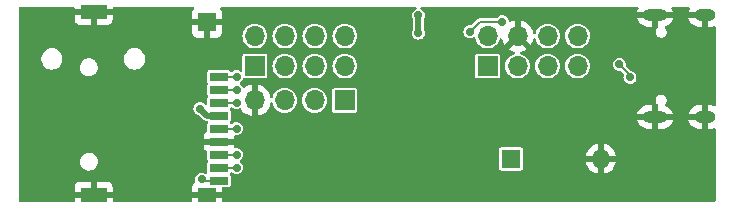
<source format=gbl>
%TF.GenerationSoftware,KiCad,Pcbnew,7.0.1*%
%TF.CreationDate,2023-07-08T21:15:04-04:00*%
%TF.ProjectId,cdm324_exp,63646d33-3234-45f6-9578-702e6b696361,rev?*%
%TF.SameCoordinates,Original*%
%TF.FileFunction,Copper,L2,Bot*%
%TF.FilePolarity,Positive*%
%FSLAX46Y46*%
G04 Gerber Fmt 4.6, Leading zero omitted, Abs format (unit mm)*
G04 Created by KiCad (PCBNEW 7.0.1) date 2023-07-08 21:15:04*
%MOMM*%
%LPD*%
G01*
G04 APERTURE LIST*
%TA.AperFunction,ComponentPad*%
%ADD10R,1.700000X1.700000*%
%TD*%
%TA.AperFunction,ComponentPad*%
%ADD11O,1.700000X1.700000*%
%TD*%
%TA.AperFunction,ComponentPad*%
%ADD12R,1.600000X1.600000*%
%TD*%
%TA.AperFunction,ComponentPad*%
%ADD13O,1.600000X1.600000*%
%TD*%
%TA.AperFunction,ComponentPad*%
%ADD14O,2.100000X1.000000*%
%TD*%
%TA.AperFunction,ComponentPad*%
%ADD15O,1.800000X1.000000*%
%TD*%
%TA.AperFunction,SMDPad,CuDef*%
%ADD16R,1.600000X0.700000*%
%TD*%
%TA.AperFunction,SMDPad,CuDef*%
%ADD17R,2.200000X1.200000*%
%TD*%
%TA.AperFunction,SMDPad,CuDef*%
%ADD18R,1.500000X1.200000*%
%TD*%
%TA.AperFunction,SMDPad,CuDef*%
%ADD19R,1.500000X1.600000*%
%TD*%
%TA.AperFunction,ViaPad*%
%ADD20C,0.700000*%
%TD*%
%TA.AperFunction,Conductor*%
%ADD21C,0.500000*%
%TD*%
%TA.AperFunction,Conductor*%
%ADD22C,0.200000*%
%TD*%
G04 APERTURE END LIST*
D10*
%TO.P,J6,1,Pin_1*%
%TO.N,+3V3*%
X107600000Y-102900000D03*
D11*
%TO.P,J6,2,Pin_2*%
%TO.N,/I2C_SDA*%
X105060000Y-102900000D03*
%TO.P,J6,3,Pin_3*%
%TO.N,/I2C_SCL*%
X102520000Y-102900000D03*
%TO.P,J6,4,Pin_4*%
%TO.N,GND*%
X99980000Y-102900000D03*
%TD*%
D12*
%TO.P,SW3,1*%
%TO.N,/PA1*%
X121682500Y-107850000D03*
D13*
%TO.P,SW3,2*%
%TO.N,GND*%
X129302500Y-107850000D03*
%TD*%
D14*
%TO.P,J3,S1,SHIELD*%
%TO.N,GND*%
X133875000Y-104320000D03*
D15*
X138075000Y-104320000D03*
D14*
X133875000Y-95680000D03*
D15*
X138075000Y-95680000D03*
%TD*%
D16*
%TO.P,J5,1,DAT2*%
%TO.N,Net-(J5-DAT2)*%
X96950000Y-100900000D03*
%TO.P,J5,2,DAT3/CD*%
%TO.N,/SPI_nCS*%
X96950000Y-102000000D03*
%TO.P,J5,3,CMD*%
%TO.N,/SPI_MOSI*%
X96950000Y-103100000D03*
%TO.P,J5,4,VDD*%
%TO.N,+3V3*%
X96950000Y-104200000D03*
%TO.P,J5,5,CLK*%
%TO.N,/SPI_SCK*%
X96950000Y-105300000D03*
%TO.P,J5,6,VSS*%
%TO.N,GND*%
X96950000Y-106400000D03*
%TO.P,J5,7,DAT0*%
%TO.N,/SPI_MISO*%
X96950000Y-107500000D03*
%TO.P,J5,8,DAT1*%
%TO.N,Net-(J5-DAT1)*%
X96950000Y-108600000D03*
%TO.P,J5,9,DET*%
%TO.N,/PA0*%
X96950000Y-109700000D03*
D17*
%TO.P,J5,10,SHIELD*%
%TO.N,GND*%
X86350000Y-110900000D03*
D18*
X95950000Y-110900000D03*
D19*
X95950000Y-96300000D03*
D17*
X86350000Y-95400000D03*
%TD*%
D10*
%TO.P,J2,1,Pin_1*%
%TO.N,/UART_RX*%
X119700000Y-100000000D03*
D11*
%TO.P,J2,2,Pin_2*%
%TO.N,/VOUT*%
X119700000Y-97460000D03*
%TO.P,J2,3,Pin_3*%
%TO.N,/UART_TX*%
X122240000Y-100000000D03*
%TO.P,J2,4,Pin_4*%
%TO.N,GND*%
X122240000Y-97460000D03*
%TO.P,J2,5,Pin_5*%
%TO.N,/PA1*%
X124780000Y-100000000D03*
%TO.P,J2,6,Pin_6*%
%TO.N,+3V3*%
X124780000Y-97460000D03*
%TO.P,J2,7,Pin_7*%
%TO.N,/PA0*%
X127320000Y-100000000D03*
%TO.P,J2,8,Pin_8*%
%TO.N,VCC*%
X127320000Y-97460000D03*
%TD*%
D10*
%TO.P,J1,1,Pin_1*%
%TO.N,/nRESET*%
X100000000Y-100000000D03*
D11*
%TO.P,J1,2,Pin_2*%
%TO.N,/SPI_nCS*%
X100000000Y-97460000D03*
%TO.P,J1,3,Pin_3*%
%TO.N,/I2C_SCL*%
X102540000Y-100000000D03*
%TO.P,J1,4,Pin_4*%
%TO.N,/SPI_SCK*%
X102540000Y-97460000D03*
%TO.P,J1,5,Pin_5*%
%TO.N,/I2C_SDA*%
X105080000Y-100000000D03*
%TO.P,J1,6,Pin_6*%
%TO.N,/SPI_MISO*%
X105080000Y-97460000D03*
%TO.P,J1,7,Pin_7*%
%TO.N,/BOOT0*%
X107620000Y-100000000D03*
%TO.P,J1,8,Pin_8*%
%TO.N,/SPI_MOSI*%
X107620000Y-97460000D03*
%TD*%
D20*
%TO.N,GND*%
X90450000Y-105200000D03*
%TO.N,+3V3*%
X95347164Y-103597657D03*
%TO.N,Net-(J5-DAT2)*%
X98450000Y-100900000D03*
%TO.N,/SPI_nCS*%
X98450000Y-102000000D03*
%TO.N,/SPI_MOSI*%
X98450000Y-103100000D03*
%TO.N,/SPI_SCK*%
X98450000Y-105300000D03*
%TO.N,GND*%
X109700000Y-103200000D03*
X92480000Y-100900000D03*
X128850000Y-98750000D03*
X118750000Y-102100000D03*
X128850000Y-97250000D03*
X131350000Y-105600000D03*
X126500000Y-103550000D03*
X118750000Y-104350000D03*
%TO.N,+3V3*%
X113850000Y-97200000D03*
X113850000Y-95700000D03*
%TO.N,/SPI_MISO*%
X98450000Y-107500000D03*
%TO.N,/UART_TX*%
X118200000Y-97099500D03*
X120950000Y-96249500D03*
%TO.N,/PA0*%
X95500000Y-109600000D03*
%TO.N,Net-(U1-UD-)*%
X130850000Y-99850000D03*
X131750000Y-100950000D03*
%TO.N,Net-(J5-DAT1)*%
X98450000Y-108600000D03*
%TD*%
D21*
%TO.N,GND*%
X99980000Y-104720000D02*
X99950000Y-104750000D01*
X99980000Y-102900000D02*
X99980000Y-104720000D01*
X99980000Y-102900000D02*
X99980000Y-101570000D01*
X122240000Y-97460000D02*
X121050000Y-98650000D01*
X122240000Y-95760000D02*
X122250000Y-95750000D01*
X122240000Y-97460000D02*
X122240000Y-95760000D01*
X122240000Y-97460000D02*
X123480000Y-98700000D01*
X123480000Y-98700000D02*
X123550000Y-98700000D01*
%TO.N,+3V3*%
X95949507Y-104200000D02*
X95347164Y-103597657D01*
X96950000Y-104200000D02*
X95949507Y-104200000D01*
D22*
%TO.N,Net-(J5-DAT2)*%
X97950000Y-100900000D02*
X98450000Y-100900000D01*
X97950000Y-100900000D02*
X98050000Y-100900000D01*
X96950000Y-100900000D02*
X97950000Y-100900000D01*
%TO.N,/SPI_nCS*%
X96950000Y-102000000D02*
X98450000Y-102000000D01*
%TO.N,/SPI_MOSI*%
X96950000Y-103100000D02*
X98450000Y-103100000D01*
%TO.N,/SPI_SCK*%
X96950000Y-105300000D02*
X98450000Y-105300000D01*
D21*
%TO.N,+3V3*%
X96950000Y-104200000D02*
X96100000Y-104200000D01*
D22*
%TO.N,/SPI_nCS*%
X96950000Y-102000000D02*
X97950000Y-102000000D01*
D21*
%TO.N,+3V3*%
X113850000Y-97200000D02*
X113850000Y-95700000D01*
D22*
%TO.N,/SPI_MISO*%
X96950000Y-107500000D02*
X98450000Y-107500000D01*
%TO.N,/UART_TX*%
X119050000Y-96249500D02*
X120950000Y-96249500D01*
X118200000Y-97099500D02*
X119050000Y-96249500D01*
%TO.N,/PA0*%
X96950000Y-109700000D02*
X95600000Y-109700000D01*
X95600000Y-109700000D02*
X95500000Y-109600000D01*
%TO.N,Net-(U1-UD-)*%
X131750000Y-100750000D02*
X130850000Y-99850000D01*
X131750000Y-100950000D02*
X131750000Y-100750000D01*
%TO.N,Net-(J5-DAT1)*%
X96950000Y-108600000D02*
X98450000Y-108600000D01*
%TD*%
%TA.AperFunction,Conductor*%
%TO.N,GND*%
G36*
X84700500Y-95013263D02*
G01*
X84736737Y-95049500D01*
X84750000Y-95099000D01*
X84750000Y-95149999D01*
X84750001Y-95150000D01*
X87949999Y-95150000D01*
X87950000Y-95149999D01*
X87950000Y-95099000D01*
X87963263Y-95049500D01*
X87999500Y-95013263D01*
X88049000Y-95000000D01*
X94751941Y-95000000D01*
X94803970Y-95014774D01*
X94840470Y-95054686D01*
X94850547Y-95107825D01*
X94831194Y-95158329D01*
X94756646Y-95257910D01*
X94706401Y-95392623D01*
X94700000Y-95452174D01*
X94700000Y-96049999D01*
X94700001Y-96050000D01*
X97199999Y-96050000D01*
X97200000Y-96049999D01*
X97200000Y-95452174D01*
X97193598Y-95392623D01*
X97143353Y-95257910D01*
X97068806Y-95158329D01*
X97049453Y-95107825D01*
X97059530Y-95054686D01*
X97096030Y-95014774D01*
X97148059Y-95000000D01*
X113603718Y-95000000D01*
X113655445Y-95014589D01*
X113691928Y-95054055D01*
X113702413Y-95106768D01*
X113683811Y-95157191D01*
X113641604Y-95190464D01*
X113572373Y-95219139D01*
X113457378Y-95307378D01*
X113369139Y-95422375D01*
X113313669Y-95556290D01*
X113294750Y-95699999D01*
X113313669Y-95843709D01*
X113369139Y-95977625D01*
X113379042Y-95990531D01*
X113394246Y-96018976D01*
X113399500Y-96050798D01*
X113399500Y-96849202D01*
X113394246Y-96881024D01*
X113379042Y-96909469D01*
X113369139Y-96922374D01*
X113313669Y-97056290D01*
X113294750Y-97199999D01*
X113313669Y-97343709D01*
X113347171Y-97424589D01*
X113369139Y-97477625D01*
X113407450Y-97527552D01*
X113457378Y-97592621D01*
X113506346Y-97630195D01*
X113572375Y-97680861D01*
X113667067Y-97720083D01*
X113706290Y-97736330D01*
X113723008Y-97738531D01*
X113850000Y-97755250D01*
X113993709Y-97736330D01*
X114127625Y-97680861D01*
X114242621Y-97592621D01*
X114330861Y-97477625D01*
X114386330Y-97343709D01*
X114405250Y-97200000D01*
X114392019Y-97099499D01*
X117644750Y-97099499D01*
X117663669Y-97243209D01*
X117691153Y-97309561D01*
X117719139Y-97377125D01*
X117751585Y-97419409D01*
X117807378Y-97492121D01*
X117857306Y-97530432D01*
X117922375Y-97580361D01*
X118017067Y-97619583D01*
X118056290Y-97635830D01*
X118073008Y-97638031D01*
X118200000Y-97654750D01*
X118343709Y-97635830D01*
X118477625Y-97580361D01*
X118502389Y-97561358D01*
X118550536Y-97541645D01*
X118602032Y-97549068D01*
X118642653Y-97581577D01*
X118661179Y-97630195D01*
X118664699Y-97665933D01*
X118686054Y-97736330D01*
X118724768Y-97863954D01*
X118822315Y-98046450D01*
X118953590Y-98206410D01*
X119113550Y-98337685D01*
X119296046Y-98435232D01*
X119494066Y-98495300D01*
X119700000Y-98515583D01*
X119905934Y-98495300D01*
X120103954Y-98435232D01*
X120286450Y-98337685D01*
X120446410Y-98206410D01*
X120577685Y-98046450D01*
X120675232Y-97863954D01*
X120720819Y-97713671D01*
X120747409Y-97670598D01*
X120791815Y-97646299D01*
X120842428Y-97647127D01*
X120886016Y-97672866D01*
X120911183Y-97716787D01*
X120966570Y-97923495D01*
X121066398Y-98137576D01*
X121201887Y-98331074D01*
X121368925Y-98498112D01*
X121562423Y-98633601D01*
X121776504Y-98733429D01*
X121983212Y-98788816D01*
X122027133Y-98813983D01*
X122052872Y-98857570D01*
X122053700Y-98908183D01*
X122029401Y-98952590D01*
X121986327Y-98979180D01*
X121836047Y-99024766D01*
X121653549Y-99122315D01*
X121493590Y-99253590D01*
X121362315Y-99413549D01*
X121264767Y-99596047D01*
X121204699Y-99794066D01*
X121184416Y-100000000D01*
X121204699Y-100205933D01*
X121263833Y-100400872D01*
X121264768Y-100403954D01*
X121362315Y-100586450D01*
X121493590Y-100746410D01*
X121653550Y-100877685D01*
X121836046Y-100975232D01*
X122034066Y-101035300D01*
X122240000Y-101055583D01*
X122445934Y-101035300D01*
X122643954Y-100975232D01*
X122826450Y-100877685D01*
X122986410Y-100746410D01*
X123117685Y-100586450D01*
X123215232Y-100403954D01*
X123275300Y-100205934D01*
X123295583Y-100000000D01*
X123724416Y-100000000D01*
X123744699Y-100205933D01*
X123803833Y-100400872D01*
X123804768Y-100403954D01*
X123902315Y-100586450D01*
X124033590Y-100746410D01*
X124193550Y-100877685D01*
X124376046Y-100975232D01*
X124574066Y-101035300D01*
X124780000Y-101055583D01*
X124985934Y-101035300D01*
X125183954Y-100975232D01*
X125366450Y-100877685D01*
X125526410Y-100746410D01*
X125657685Y-100586450D01*
X125755232Y-100403954D01*
X125815300Y-100205934D01*
X125835583Y-100000000D01*
X126264416Y-100000000D01*
X126284699Y-100205933D01*
X126343833Y-100400872D01*
X126344768Y-100403954D01*
X126442315Y-100586450D01*
X126573590Y-100746410D01*
X126733550Y-100877685D01*
X126916046Y-100975232D01*
X127114066Y-101035300D01*
X127320000Y-101055583D01*
X127525934Y-101035300D01*
X127723954Y-100975232D01*
X127906450Y-100877685D01*
X128066410Y-100746410D01*
X128197685Y-100586450D01*
X128295232Y-100403954D01*
X128355300Y-100205934D01*
X128375583Y-100000000D01*
X128360809Y-99850000D01*
X130294750Y-99850000D01*
X130296951Y-99866717D01*
X130313669Y-99993709D01*
X130318708Y-100005873D01*
X130369139Y-100127625D01*
X130381656Y-100143937D01*
X130457378Y-100242621D01*
X130507306Y-100280932D01*
X130572375Y-100330861D01*
X130667067Y-100370083D01*
X130706290Y-100386330D01*
X130728078Y-100389198D01*
X130850000Y-100405250D01*
X130916720Y-100396465D01*
X130961461Y-100400872D01*
X130999643Y-100424614D01*
X131215998Y-100640969D01*
X131243092Y-100691658D01*
X131237459Y-100748857D01*
X131213669Y-100806291D01*
X131194750Y-100949999D01*
X131213669Y-101093709D01*
X131248429Y-101177625D01*
X131269139Y-101227625D01*
X131301461Y-101269747D01*
X131357378Y-101342621D01*
X131394960Y-101371458D01*
X131472375Y-101430861D01*
X131567067Y-101470083D01*
X131606290Y-101486330D01*
X131623008Y-101488531D01*
X131750000Y-101505250D01*
X131893709Y-101486330D01*
X132027625Y-101430861D01*
X132142621Y-101342621D01*
X132230861Y-101227625D01*
X132286330Y-101093709D01*
X132305250Y-100950000D01*
X132286330Y-100806291D01*
X132230861Y-100672375D01*
X132164928Y-100586450D01*
X132142621Y-100557378D01*
X132027625Y-100469139D01*
X131893709Y-100413669D01*
X131863608Y-100409706D01*
X131832744Y-100400343D01*
X131806528Y-100381557D01*
X131424614Y-99999643D01*
X131400872Y-99961461D01*
X131396465Y-99916720D01*
X131405250Y-99850000D01*
X131386330Y-99706291D01*
X131375358Y-99679803D01*
X131362509Y-99648782D01*
X131330861Y-99572375D01*
X131271216Y-99494644D01*
X131242621Y-99457378D01*
X131154759Y-99389960D01*
X131127625Y-99369139D01*
X131080212Y-99349500D01*
X130993709Y-99313669D01*
X130850000Y-99294750D01*
X130706290Y-99313669D01*
X130572375Y-99369139D01*
X130457378Y-99457378D01*
X130369139Y-99572375D01*
X130313669Y-99706290D01*
X130301238Y-99800719D01*
X130294750Y-99850000D01*
X128360809Y-99850000D01*
X128355300Y-99794066D01*
X128295232Y-99596046D01*
X128197685Y-99413550D01*
X128066410Y-99253590D01*
X127906450Y-99122315D01*
X127723954Y-99024768D01*
X127723953Y-99024767D01*
X127723952Y-99024767D01*
X127525933Y-98964699D01*
X127319999Y-98944416D01*
X127114066Y-98964699D01*
X126916047Y-99024767D01*
X126733549Y-99122315D01*
X126573590Y-99253590D01*
X126442315Y-99413549D01*
X126344767Y-99596047D01*
X126284699Y-99794066D01*
X126264416Y-100000000D01*
X125835583Y-100000000D01*
X125815300Y-99794066D01*
X125755232Y-99596046D01*
X125657685Y-99413550D01*
X125526410Y-99253590D01*
X125366450Y-99122315D01*
X125183954Y-99024768D01*
X125183953Y-99024767D01*
X125183952Y-99024767D01*
X124985933Y-98964699D01*
X124779999Y-98944416D01*
X124574066Y-98964699D01*
X124376047Y-99024767D01*
X124193549Y-99122315D01*
X124033590Y-99253590D01*
X123902315Y-99413549D01*
X123804767Y-99596047D01*
X123744699Y-99794066D01*
X123724416Y-100000000D01*
X123295583Y-100000000D01*
X123275300Y-99794066D01*
X123215232Y-99596046D01*
X123117685Y-99413550D01*
X122986410Y-99253590D01*
X122826450Y-99122315D01*
X122643954Y-99024768D01*
X122643953Y-99024767D01*
X122643952Y-99024767D01*
X122493672Y-98979180D01*
X122450598Y-98952590D01*
X122426299Y-98908184D01*
X122427127Y-98857570D01*
X122452866Y-98813983D01*
X122496787Y-98788816D01*
X122703495Y-98733429D01*
X122917576Y-98633601D01*
X123111074Y-98498112D01*
X123278112Y-98331074D01*
X123413601Y-98137576D01*
X123513429Y-97923495D01*
X123568816Y-97716787D01*
X123593983Y-97672866D01*
X123637570Y-97647127D01*
X123688184Y-97646299D01*
X123732590Y-97670598D01*
X123759180Y-97713672D01*
X123771793Y-97755250D01*
X123804768Y-97863954D01*
X123902315Y-98046450D01*
X124033590Y-98206410D01*
X124193550Y-98337685D01*
X124376046Y-98435232D01*
X124574066Y-98495300D01*
X124780000Y-98515583D01*
X124985934Y-98495300D01*
X125183954Y-98435232D01*
X125366450Y-98337685D01*
X125526410Y-98206410D01*
X125657685Y-98046450D01*
X125755232Y-97863954D01*
X125815300Y-97665934D01*
X125835583Y-97460000D01*
X125835583Y-97459999D01*
X126264416Y-97459999D01*
X126284699Y-97665933D01*
X126306054Y-97736330D01*
X126344768Y-97863954D01*
X126442315Y-98046450D01*
X126573590Y-98206410D01*
X126733550Y-98337685D01*
X126916046Y-98435232D01*
X127114066Y-98495300D01*
X127320000Y-98515583D01*
X127525934Y-98495300D01*
X127723954Y-98435232D01*
X127906450Y-98337685D01*
X128066410Y-98206410D01*
X128197685Y-98046450D01*
X128295232Y-97863954D01*
X128355300Y-97665934D01*
X128375583Y-97460000D01*
X128355300Y-97254066D01*
X128332337Y-97178367D01*
X133919500Y-97178367D01*
X133958022Y-97309562D01*
X134031944Y-97424589D01*
X134135279Y-97514129D01*
X134259660Y-97570932D01*
X134360986Y-97585500D01*
X134360989Y-97585500D01*
X134429011Y-97585500D01*
X134429014Y-97585500D01*
X134530339Y-97570932D01*
X134530340Y-97570931D01*
X134530342Y-97570931D01*
X134654718Y-97514130D01*
X134654718Y-97514129D01*
X134654720Y-97514129D01*
X134758055Y-97424589D01*
X134788558Y-97377124D01*
X134831978Y-97309561D01*
X134870500Y-97178367D01*
X134870500Y-97041633D01*
X134831978Y-96910439D01*
X134814221Y-96882808D01*
X134758055Y-96795410D01*
X134746527Y-96785421D01*
X134717569Y-96742298D01*
X134714431Y-96690449D01*
X134737976Y-96644148D01*
X134781723Y-96616142D01*
X134821390Y-96603697D01*
X134999212Y-96504997D01*
X135153531Y-96372519D01*
X135278019Y-96211693D01*
X135367587Y-96029096D01*
X135393246Y-95930001D01*
X136701632Y-95930001D01*
X136701929Y-95931941D01*
X136772566Y-96122667D01*
X136880145Y-96295263D01*
X137020268Y-96442670D01*
X137187193Y-96558855D01*
X137374095Y-96639061D01*
X137573307Y-96680000D01*
X137824999Y-96680000D01*
X137825000Y-96679999D01*
X137825000Y-95930001D01*
X137824999Y-95930000D01*
X136701634Y-95930000D01*
X136701632Y-95930001D01*
X135393246Y-95930001D01*
X135393246Y-95930000D01*
X134125001Y-95930000D01*
X134125000Y-95930001D01*
X134125000Y-96669567D01*
X134116053Y-96710693D01*
X134090831Y-96744387D01*
X134031942Y-96795413D01*
X133958022Y-96910437D01*
X133919500Y-97041633D01*
X133919500Y-97178367D01*
X128332337Y-97178367D01*
X128295232Y-97056046D01*
X128197685Y-96873550D01*
X128066410Y-96713590D01*
X127906450Y-96582315D01*
X127723954Y-96484768D01*
X127723953Y-96484767D01*
X127723952Y-96484767D01*
X127525933Y-96424699D01*
X127320000Y-96404416D01*
X127114066Y-96424699D01*
X126916047Y-96484767D01*
X126733549Y-96582315D01*
X126573590Y-96713590D01*
X126442315Y-96873549D01*
X126344767Y-97056047D01*
X126284699Y-97254066D01*
X126264416Y-97459999D01*
X125835583Y-97459999D01*
X125815300Y-97254066D01*
X125755232Y-97056046D01*
X125657685Y-96873550D01*
X125526410Y-96713590D01*
X125366450Y-96582315D01*
X125183954Y-96484768D01*
X125183953Y-96484767D01*
X125183952Y-96484767D01*
X124985933Y-96424699D01*
X124780000Y-96404416D01*
X124574066Y-96424699D01*
X124376047Y-96484767D01*
X124193549Y-96582315D01*
X124033590Y-96713590D01*
X123902315Y-96873549D01*
X123804766Y-97056047D01*
X123759180Y-97206327D01*
X123732590Y-97249401D01*
X123688183Y-97273700D01*
X123637570Y-97272872D01*
X123593983Y-97247133D01*
X123568816Y-97203212D01*
X123513429Y-96996504D01*
X123413601Y-96782424D01*
X123278112Y-96588925D01*
X123111074Y-96421887D01*
X122917576Y-96286398D01*
X122703495Y-96186570D01*
X122490000Y-96129364D01*
X122490000Y-97611000D01*
X122476737Y-97660500D01*
X122440500Y-97696737D01*
X122391000Y-97710000D01*
X122089000Y-97710000D01*
X122039500Y-97696737D01*
X122003263Y-97660500D01*
X121990000Y-97611000D01*
X121990000Y-96129364D01*
X121776509Y-96186569D01*
X121635502Y-96252322D01*
X121575056Y-96259833D01*
X121521653Y-96230535D01*
X121495510Y-96175519D01*
X121486330Y-96105790D01*
X121463221Y-96050000D01*
X121430861Y-95971875D01*
X121398730Y-95930001D01*
X132351632Y-95930001D01*
X132351929Y-95931941D01*
X132422566Y-96122667D01*
X132530145Y-96295263D01*
X132670268Y-96442670D01*
X132837193Y-96558855D01*
X133024095Y-96639061D01*
X133223307Y-96680000D01*
X133624999Y-96680000D01*
X133625000Y-96679999D01*
X133625000Y-95930001D01*
X133624999Y-95930000D01*
X132351634Y-95930000D01*
X132351632Y-95930001D01*
X121398730Y-95930001D01*
X121380932Y-95906806D01*
X121342621Y-95856878D01*
X121277552Y-95806950D01*
X121227625Y-95768639D01*
X121188401Y-95752392D01*
X121093709Y-95713169D01*
X120950000Y-95694250D01*
X120806290Y-95713169D01*
X120672375Y-95768639D01*
X120557381Y-95856876D01*
X120557378Y-95856879D01*
X120557379Y-95856879D01*
X120516411Y-95910269D01*
X120481658Y-95938790D01*
X120437871Y-95949000D01*
X119115169Y-95949000D01*
X119099242Y-95946401D01*
X119045338Y-95948894D01*
X119040766Y-95949000D01*
X119022153Y-95949000D01*
X119022030Y-95949023D01*
X119008433Y-95950599D01*
X118980009Y-95951913D01*
X118971010Y-95955887D01*
X118949219Y-95962634D01*
X118939566Y-95964438D01*
X118915383Y-95979411D01*
X118903261Y-95985801D01*
X118877234Y-95997294D01*
X118870285Y-96004243D01*
X118852408Y-96018404D01*
X118844047Y-96023581D01*
X118826907Y-96046277D01*
X118817910Y-96056617D01*
X118349643Y-96524884D01*
X118311462Y-96548626D01*
X118266718Y-96553033D01*
X118200000Y-96544250D01*
X118056290Y-96563169D01*
X117922375Y-96618639D01*
X117807378Y-96706878D01*
X117719139Y-96821875D01*
X117663669Y-96955790D01*
X117644750Y-97099499D01*
X114392019Y-97099499D01*
X114386330Y-97056291D01*
X114370832Y-97018876D01*
X114344702Y-96955791D01*
X114330861Y-96922375D01*
X114320958Y-96909469D01*
X114305754Y-96881024D01*
X114300500Y-96849202D01*
X114300500Y-96050798D01*
X114305754Y-96018976D01*
X114320958Y-95990531D01*
X114324587Y-95985801D01*
X114330861Y-95977625D01*
X114386330Y-95843709D01*
X114405250Y-95700000D01*
X114386330Y-95556291D01*
X114330861Y-95422375D01*
X114260672Y-95330903D01*
X114242621Y-95307378D01*
X114127626Y-95219139D01*
X114058396Y-95190464D01*
X114016189Y-95157191D01*
X113997587Y-95106768D01*
X114008072Y-95054055D01*
X114044555Y-95014589D01*
X114096282Y-95000000D01*
X132385897Y-95000000D01*
X132433942Y-95012440D01*
X132469913Y-95046633D01*
X132484770Y-95093986D01*
X132474780Y-95142599D01*
X132382412Y-95330903D01*
X132356754Y-95430000D01*
X135398367Y-95430000D01*
X135398367Y-95429998D01*
X135398070Y-95428058D01*
X135327433Y-95237332D01*
X135273851Y-95151367D01*
X135258899Y-95101508D01*
X135271307Y-95050955D01*
X135307645Y-95013685D01*
X135357867Y-95000000D01*
X136735897Y-95000000D01*
X136783942Y-95012440D01*
X136819913Y-95046633D01*
X136834770Y-95093986D01*
X136824780Y-95142599D01*
X136732412Y-95330903D01*
X136706754Y-95430000D01*
X138226000Y-95430000D01*
X138275500Y-95443263D01*
X138311737Y-95479500D01*
X138325000Y-95529000D01*
X138325000Y-96679999D01*
X138325001Y-96680000D01*
X138525713Y-96680000D01*
X138677335Y-96664581D01*
X138871363Y-96603705D01*
X138932228Y-96604219D01*
X138981289Y-96640245D01*
X139000000Y-96698165D01*
X139000000Y-103306891D01*
X138988162Y-103353836D01*
X138955479Y-103389553D01*
X138909767Y-103405502D01*
X138861959Y-103397868D01*
X138775904Y-103360938D01*
X138576693Y-103320000D01*
X138325001Y-103320000D01*
X138325000Y-103320001D01*
X138325000Y-105319999D01*
X138325001Y-105320000D01*
X138525713Y-105320000D01*
X138677335Y-105304581D01*
X138871363Y-105243705D01*
X138932228Y-105244219D01*
X138981289Y-105280245D01*
X139000000Y-105338165D01*
X139000000Y-111401000D01*
X138986737Y-111450500D01*
X138950500Y-111486737D01*
X138901000Y-111500000D01*
X97299000Y-111500000D01*
X97249500Y-111486737D01*
X97213263Y-111450500D01*
X97200000Y-111401000D01*
X97200000Y-111150001D01*
X97199999Y-111150000D01*
X94700001Y-111150000D01*
X94700000Y-111150001D01*
X94700000Y-111401000D01*
X94686737Y-111450500D01*
X94650500Y-111486737D01*
X94601000Y-111500000D01*
X88049000Y-111500000D01*
X87999500Y-111486737D01*
X87963263Y-111450500D01*
X87950000Y-111401000D01*
X87950000Y-111150001D01*
X87949999Y-111150000D01*
X84750001Y-111150000D01*
X84750000Y-111150001D01*
X84750000Y-111401000D01*
X84736737Y-111450500D01*
X84700500Y-111486737D01*
X84651000Y-111500000D01*
X80099000Y-111500000D01*
X80049500Y-111486737D01*
X80013263Y-111450500D01*
X80000000Y-111401000D01*
X80000000Y-110649999D01*
X84750000Y-110649999D01*
X84750001Y-110650000D01*
X86099999Y-110650000D01*
X86100000Y-110649999D01*
X86600000Y-110649999D01*
X86600001Y-110650000D01*
X87949999Y-110650000D01*
X87950000Y-110649999D01*
X94700000Y-110649999D01*
X94700001Y-110650000D01*
X97199999Y-110650000D01*
X97200000Y-110649999D01*
X97200000Y-110349500D01*
X97213263Y-110300000D01*
X97249500Y-110263763D01*
X97299000Y-110250500D01*
X97769747Y-110250500D01*
X97769748Y-110250500D01*
X97828231Y-110238867D01*
X97894552Y-110194552D01*
X97938867Y-110128231D01*
X97950500Y-110069748D01*
X97950500Y-109330252D01*
X97938867Y-109271769D01*
X97894552Y-109205448D01*
X97894254Y-109205002D01*
X97877569Y-109150001D01*
X97894253Y-109094999D01*
X97903700Y-109080861D01*
X97936040Y-109032460D01*
X97976514Y-108997740D01*
X98029131Y-108989052D01*
X98078621Y-109008922D01*
X98125314Y-109044750D01*
X98172375Y-109080861D01*
X98206508Y-109094999D01*
X98306290Y-109136330D01*
X98323008Y-109138531D01*
X98450000Y-109155250D01*
X98593709Y-109136330D01*
X98727625Y-109080861D01*
X98842621Y-108992621D01*
X98930861Y-108877625D01*
X98986330Y-108743709D01*
X98996067Y-108669747D01*
X120682000Y-108669747D01*
X120693633Y-108728231D01*
X120737947Y-108794552D01*
X120782261Y-108824162D01*
X120804269Y-108838867D01*
X120862752Y-108850500D01*
X122502247Y-108850500D01*
X122502248Y-108850500D01*
X122560731Y-108838867D01*
X122627052Y-108794552D01*
X122671367Y-108728231D01*
X122683000Y-108669748D01*
X122683000Y-108100000D01*
X128023628Y-108100000D01*
X128076234Y-108296329D01*
X128172364Y-108502480D01*
X128302835Y-108688812D01*
X128463687Y-108849664D01*
X128650019Y-108980135D01*
X128856170Y-109076265D01*
X129052500Y-109128872D01*
X129552500Y-109128872D01*
X129748829Y-109076265D01*
X129954980Y-108980135D01*
X130141312Y-108849664D01*
X130302164Y-108688812D01*
X130432635Y-108502480D01*
X130528765Y-108296329D01*
X130581372Y-108100000D01*
X129552501Y-108100000D01*
X129552500Y-108100001D01*
X129552500Y-109128872D01*
X129052500Y-109128872D01*
X129052500Y-108100001D01*
X129052499Y-108100000D01*
X128023628Y-108100000D01*
X122683000Y-108100000D01*
X122683000Y-107600000D01*
X128023628Y-107600000D01*
X129052499Y-107600000D01*
X129052500Y-107599999D01*
X129052500Y-106571128D01*
X129552500Y-106571128D01*
X129552500Y-107599999D01*
X129552501Y-107600000D01*
X130581372Y-107600000D01*
X130528765Y-107403670D01*
X130432635Y-107197519D01*
X130302164Y-107011187D01*
X130141312Y-106850335D01*
X129954980Y-106719864D01*
X129748829Y-106623734D01*
X129552500Y-106571128D01*
X129052500Y-106571128D01*
X128856170Y-106623734D01*
X128650019Y-106719864D01*
X128463687Y-106850335D01*
X128302835Y-107011187D01*
X128172364Y-107197519D01*
X128076234Y-107403670D01*
X128023628Y-107600000D01*
X122683000Y-107600000D01*
X122683000Y-107030252D01*
X122671367Y-106971769D01*
X122653313Y-106944750D01*
X122627052Y-106905447D01*
X122560731Y-106861133D01*
X122541843Y-106857376D01*
X122502248Y-106849500D01*
X120862752Y-106849500D01*
X120833510Y-106855316D01*
X120804268Y-106861133D01*
X120737947Y-106905447D01*
X120693633Y-106971768D01*
X120682000Y-107030253D01*
X120682000Y-108669747D01*
X98996067Y-108669747D01*
X99005250Y-108600000D01*
X98986330Y-108456291D01*
X98930861Y-108322375D01*
X98842621Y-108207379D01*
X98739878Y-108128541D01*
X98705728Y-108079768D01*
X98705728Y-108020228D01*
X98739875Y-107971460D01*
X98842621Y-107892621D01*
X98930861Y-107777625D01*
X98986330Y-107643709D01*
X99005250Y-107500000D01*
X98986330Y-107356291D01*
X98930861Y-107222375D01*
X98880932Y-107157306D01*
X98842621Y-107107378D01*
X98777552Y-107057450D01*
X98727625Y-107019139D01*
X98662320Y-106992089D01*
X98593709Y-106963669D01*
X98466717Y-106946951D01*
X98450000Y-106944750D01*
X98449999Y-106944750D01*
X98355917Y-106957136D01*
X98297979Y-106947157D01*
X98255917Y-106906083D01*
X98244562Y-106848399D01*
X98250000Y-106797823D01*
X98250000Y-106650001D01*
X98249999Y-106650000D01*
X95650001Y-106650000D01*
X95650000Y-106650001D01*
X95650000Y-106797826D01*
X95656401Y-106857376D01*
X95706646Y-106992089D01*
X95792811Y-107107188D01*
X95909829Y-107194789D01*
X95939029Y-107229728D01*
X95949500Y-107274042D01*
X95949500Y-107869748D01*
X95953340Y-107889052D01*
X95961133Y-107928231D01*
X96005746Y-107994999D01*
X96022430Y-108050000D01*
X96005746Y-108105001D01*
X95961133Y-108171768D01*
X95949500Y-108230253D01*
X95949500Y-108969747D01*
X95964211Y-109043705D01*
X95957945Y-109102396D01*
X95919392Y-109147090D01*
X95862256Y-109161900D01*
X95806846Y-109141561D01*
X95790309Y-109128872D01*
X95777625Y-109119139D01*
X95737203Y-109102396D01*
X95643709Y-109063669D01*
X95500000Y-109044750D01*
X95356290Y-109063669D01*
X95222375Y-109119139D01*
X95107378Y-109207378D01*
X95019139Y-109322375D01*
X94963669Y-109456290D01*
X94944750Y-109599999D01*
X94963669Y-109743708D01*
X94968585Y-109755576D01*
X94976008Y-109798172D01*
X94964569Y-109839868D01*
X94936449Y-109872713D01*
X94842811Y-109942811D01*
X94756646Y-110057910D01*
X94706401Y-110192623D01*
X94700000Y-110252174D01*
X94700000Y-110649999D01*
X87950000Y-110649999D01*
X87950000Y-110252174D01*
X87943598Y-110192623D01*
X87893353Y-110057910D01*
X87807188Y-109942811D01*
X87692089Y-109856646D01*
X87557376Y-109806401D01*
X87497826Y-109800000D01*
X86600001Y-109800000D01*
X86600000Y-109800001D01*
X86600000Y-110649999D01*
X86100000Y-110649999D01*
X86100000Y-109800001D01*
X86099999Y-109800000D01*
X85202174Y-109800000D01*
X85142623Y-109806401D01*
X85007910Y-109856646D01*
X84892811Y-109942811D01*
X84806646Y-110057910D01*
X84756401Y-110192623D01*
X84750000Y-110252174D01*
X84750000Y-110649999D01*
X80000000Y-110649999D01*
X80000000Y-108143937D01*
X85195669Y-108143937D01*
X85226134Y-108316712D01*
X85286343Y-108456290D01*
X85295623Y-108477804D01*
X85400390Y-108618530D01*
X85461428Y-108669747D01*
X85534783Y-108731300D01*
X85534784Y-108731300D01*
X85534786Y-108731302D01*
X85660728Y-108794552D01*
X85691569Y-108810041D01*
X85862277Y-108850500D01*
X85862279Y-108850500D01*
X85993704Y-108850500D01*
X85993709Y-108850500D01*
X86124255Y-108835241D01*
X86289117Y-108775237D01*
X86435696Y-108678830D01*
X86556092Y-108551218D01*
X86643812Y-108399281D01*
X86694130Y-108231210D01*
X86704331Y-108056065D01*
X86675510Y-107892618D01*
X86673865Y-107883287D01*
X86604377Y-107722197D01*
X86604377Y-107722196D01*
X86499610Y-107581470D01*
X86432412Y-107525084D01*
X86365216Y-107468699D01*
X86208430Y-107389958D01*
X86037723Y-107349500D01*
X86037721Y-107349500D01*
X85906291Y-107349500D01*
X85813043Y-107360399D01*
X85775743Y-107364759D01*
X85610882Y-107424763D01*
X85464304Y-107521169D01*
X85343909Y-107648780D01*
X85256188Y-107800719D01*
X85205870Y-107968789D01*
X85202874Y-108020228D01*
X85201789Y-108038867D01*
X85195669Y-108143937D01*
X80000000Y-108143937D01*
X80000000Y-103597657D01*
X94791914Y-103597657D01*
X94810833Y-103741366D01*
X94846814Y-103828231D01*
X94866303Y-103875282D01*
X94904614Y-103925209D01*
X94954542Y-103990278D01*
X95004470Y-104028589D01*
X95069539Y-104078518D01*
X95164231Y-104117740D01*
X95203454Y-104133987D01*
X95208156Y-104134605D01*
X95219578Y-104136109D01*
X95250443Y-104145471D01*
X95276662Y-104164258D01*
X95609135Y-104496731D01*
X95616532Y-104505009D01*
X95639628Y-104533971D01*
X95687251Y-104566440D01*
X95690269Y-104568581D01*
X95694822Y-104571941D01*
X95736625Y-104602793D01*
X95736627Y-104602793D01*
X95739416Y-104604852D01*
X95748526Y-104609451D01*
X95751832Y-104610470D01*
X95751834Y-104610472D01*
X95806932Y-104627466D01*
X95810432Y-104628618D01*
X95864808Y-104647646D01*
X95864809Y-104647646D01*
X95868076Y-104648789D01*
X95878144Y-104650500D01*
X95881605Y-104650500D01*
X95923097Y-104650500D01*
X95969791Y-104662203D01*
X96005445Y-104694547D01*
X96005778Y-104695046D01*
X96022430Y-104750028D01*
X96005746Y-104805000D01*
X95961133Y-104871768D01*
X95949500Y-104930253D01*
X95949500Y-105525958D01*
X95939029Y-105570272D01*
X95909829Y-105605211D01*
X95792811Y-105692811D01*
X95706646Y-105807910D01*
X95656401Y-105942623D01*
X95650000Y-106002174D01*
X95650000Y-106149999D01*
X95650001Y-106150000D01*
X98249999Y-106150000D01*
X98250000Y-106149999D01*
X98250000Y-106002176D01*
X98244562Y-105951599D01*
X98255917Y-105893916D01*
X98297980Y-105852842D01*
X98355915Y-105842863D01*
X98450000Y-105855250D01*
X98593709Y-105836330D01*
X98727625Y-105780861D01*
X98842621Y-105692621D01*
X98930861Y-105577625D01*
X98986330Y-105443709D01*
X99005250Y-105300000D01*
X98986330Y-105156291D01*
X98930861Y-105022375D01*
X98880932Y-104957306D01*
X98842621Y-104907378D01*
X98770050Y-104851693D01*
X98727625Y-104819139D01*
X98688401Y-104802892D01*
X98593709Y-104763669D01*
X98450000Y-104744750D01*
X98306290Y-104763669D01*
X98172375Y-104819138D01*
X98078620Y-104891078D01*
X98029131Y-104910947D01*
X97976514Y-104902259D01*
X97936039Y-104867537D01*
X97894552Y-104805448D01*
X97894253Y-104805000D01*
X97877569Y-104749998D01*
X97894254Y-104694996D01*
X97894549Y-104694553D01*
X97894552Y-104694552D01*
X97938867Y-104628231D01*
X97950450Y-104570001D01*
X132351632Y-104570001D01*
X132351929Y-104571941D01*
X132422566Y-104762667D01*
X132530145Y-104935263D01*
X132670268Y-105082670D01*
X132837193Y-105198855D01*
X133024095Y-105279061D01*
X133223307Y-105320000D01*
X133624999Y-105320000D01*
X133625000Y-105319999D01*
X134125000Y-105319999D01*
X134125001Y-105320000D01*
X134475713Y-105320000D01*
X134627335Y-105304581D01*
X134821392Y-105243696D01*
X134999212Y-105144997D01*
X135153531Y-105012519D01*
X135278019Y-104851693D01*
X135367587Y-104669096D01*
X135393246Y-104570001D01*
X136701632Y-104570001D01*
X136701929Y-104571941D01*
X136772566Y-104762667D01*
X136880145Y-104935263D01*
X137020268Y-105082670D01*
X137187193Y-105198855D01*
X137374095Y-105279061D01*
X137573307Y-105320000D01*
X137824999Y-105320000D01*
X137825000Y-105319999D01*
X137825000Y-104570001D01*
X137824999Y-104570000D01*
X136701634Y-104570000D01*
X136701632Y-104570001D01*
X135393246Y-104570001D01*
X135393246Y-104570000D01*
X134125001Y-104570000D01*
X134125000Y-104570001D01*
X134125000Y-105319999D01*
X133625000Y-105319999D01*
X133625000Y-104570001D01*
X133624999Y-104570000D01*
X132351634Y-104570000D01*
X132351632Y-104570001D01*
X97950450Y-104570001D01*
X97950500Y-104569748D01*
X97950500Y-103830252D01*
X97938867Y-103771769D01*
X97894552Y-103705448D01*
X97894254Y-103705002D01*
X97877569Y-103650001D01*
X97894253Y-103594999D01*
X97894552Y-103594552D01*
X97936040Y-103532460D01*
X97976514Y-103497740D01*
X98029131Y-103489052D01*
X98078621Y-103508922D01*
X98158626Y-103570311D01*
X98172375Y-103580861D01*
X98206508Y-103594999D01*
X98306290Y-103636330D01*
X98323008Y-103638531D01*
X98450000Y-103655250D01*
X98593709Y-103636330D01*
X98717067Y-103585234D01*
X98760704Y-103577866D01*
X98803196Y-103590251D01*
X98836044Y-103619915D01*
X98941887Y-103771074D01*
X99108925Y-103938112D01*
X99302423Y-104073601D01*
X99516504Y-104173429D01*
X99730000Y-104230636D01*
X99730000Y-101569364D01*
X100230000Y-101569364D01*
X100230000Y-104230636D01*
X100443495Y-104173429D01*
X100657576Y-104073601D01*
X100662719Y-104070000D01*
X132356754Y-104070000D01*
X133624999Y-104070000D01*
X133625000Y-104069999D01*
X133625000Y-103320001D01*
X133624999Y-103320000D01*
X133274287Y-103320000D01*
X133122664Y-103335418D01*
X132928607Y-103396303D01*
X132750787Y-103495002D01*
X132596468Y-103627480D01*
X132471980Y-103788306D01*
X132382412Y-103970903D01*
X132356754Y-104070000D01*
X100662719Y-104070000D01*
X100851074Y-103938112D01*
X101018112Y-103771074D01*
X101153601Y-103577576D01*
X101253429Y-103363495D01*
X101308816Y-103156787D01*
X101333983Y-103112866D01*
X101377570Y-103087127D01*
X101428184Y-103086299D01*
X101472590Y-103110598D01*
X101499180Y-103153672D01*
X101541788Y-103294130D01*
X101544768Y-103303954D01*
X101642315Y-103486450D01*
X101773590Y-103646410D01*
X101933550Y-103777685D01*
X102116046Y-103875232D01*
X102314066Y-103935300D01*
X102520000Y-103955583D01*
X102725934Y-103935300D01*
X102923954Y-103875232D01*
X103106450Y-103777685D01*
X103266410Y-103646410D01*
X103397685Y-103486450D01*
X103495232Y-103303954D01*
X103555300Y-103105934D01*
X103575583Y-102900000D01*
X104004416Y-102900000D01*
X104024699Y-103105933D01*
X104080325Y-103289307D01*
X104084768Y-103303954D01*
X104182315Y-103486450D01*
X104313590Y-103646410D01*
X104473550Y-103777685D01*
X104656046Y-103875232D01*
X104854066Y-103935300D01*
X105060000Y-103955583D01*
X105265934Y-103935300D01*
X105463954Y-103875232D01*
X105646450Y-103777685D01*
X105656121Y-103769748D01*
X106549500Y-103769748D01*
X106561132Y-103828230D01*
X106561133Y-103828231D01*
X106605447Y-103894552D01*
X106649762Y-103924162D01*
X106671769Y-103938867D01*
X106730252Y-103950500D01*
X108469747Y-103950500D01*
X108469748Y-103950500D01*
X108528231Y-103938867D01*
X108594552Y-103894552D01*
X108638867Y-103828231D01*
X108650500Y-103769748D01*
X108650500Y-102958367D01*
X133919500Y-102958367D01*
X133958022Y-103089562D01*
X134031942Y-103204586D01*
X134031944Y-103204588D01*
X134031945Y-103204589D01*
X134077092Y-103243709D01*
X134090831Y-103255613D01*
X134116053Y-103289307D01*
X134125000Y-103330433D01*
X134125000Y-104069999D01*
X134125001Y-104070000D01*
X135398367Y-104070000D01*
X136706754Y-104070000D01*
X137824999Y-104070000D01*
X137825000Y-104069999D01*
X137825000Y-103320001D01*
X137824999Y-103320000D01*
X137624287Y-103320000D01*
X137472664Y-103335418D01*
X137278607Y-103396303D01*
X137100787Y-103495002D01*
X136946468Y-103627480D01*
X136821980Y-103788306D01*
X136732412Y-103970903D01*
X136706754Y-104070000D01*
X135398367Y-104070000D01*
X135398367Y-104069998D01*
X135398070Y-104068058D01*
X135327433Y-103877332D01*
X135219854Y-103704736D01*
X135079731Y-103557329D01*
X134912806Y-103441144D01*
X134771945Y-103380696D01*
X134732769Y-103350407D01*
X134713162Y-103304934D01*
X134718031Y-103255655D01*
X134746156Y-103214899D01*
X134758055Y-103204589D01*
X134831978Y-103089561D01*
X134870500Y-102958367D01*
X134870500Y-102821633D01*
X134831978Y-102690439D01*
X134831311Y-102689401D01*
X134758055Y-102575410D01*
X134654720Y-102485870D01*
X134530339Y-102429067D01*
X134429014Y-102414500D01*
X134429011Y-102414500D01*
X134360989Y-102414500D01*
X134360986Y-102414500D01*
X134259660Y-102429067D01*
X134135279Y-102485870D01*
X134031944Y-102575410D01*
X133958022Y-102690437D01*
X133919500Y-102821633D01*
X133919500Y-102958367D01*
X108650500Y-102958367D01*
X108650500Y-102030252D01*
X108638867Y-101971769D01*
X108624162Y-101949762D01*
X108594552Y-101905447D01*
X108528231Y-101861133D01*
X108504537Y-101856420D01*
X108469748Y-101849500D01*
X106730252Y-101849500D01*
X106701010Y-101855316D01*
X106671768Y-101861133D01*
X106605447Y-101905447D01*
X106561133Y-101971768D01*
X106555316Y-102001010D01*
X106549500Y-102030252D01*
X106549500Y-103769748D01*
X105656121Y-103769748D01*
X105806410Y-103646410D01*
X105937685Y-103486450D01*
X106035232Y-103303954D01*
X106095300Y-103105934D01*
X106115583Y-102900000D01*
X106095300Y-102694066D01*
X106035232Y-102496046D01*
X105937685Y-102313550D01*
X105806410Y-102153590D01*
X105646450Y-102022315D01*
X105463954Y-101924768D01*
X105463953Y-101924767D01*
X105463952Y-101924767D01*
X105265933Y-101864699D01*
X105060000Y-101844416D01*
X104854066Y-101864699D01*
X104656047Y-101924767D01*
X104473549Y-102022315D01*
X104313590Y-102153590D01*
X104182315Y-102313549D01*
X104084767Y-102496047D01*
X104024699Y-102694066D01*
X104004416Y-102900000D01*
X103575583Y-102900000D01*
X103555300Y-102694066D01*
X103495232Y-102496046D01*
X103397685Y-102313550D01*
X103266410Y-102153590D01*
X103106450Y-102022315D01*
X102923954Y-101924768D01*
X102923953Y-101924767D01*
X102923952Y-101924767D01*
X102725933Y-101864699D01*
X102520000Y-101844416D01*
X102314066Y-101864699D01*
X102116047Y-101924767D01*
X101933549Y-102022315D01*
X101773590Y-102153590D01*
X101642315Y-102313549D01*
X101544766Y-102496047D01*
X101499180Y-102646327D01*
X101472590Y-102689401D01*
X101428183Y-102713700D01*
X101377570Y-102712872D01*
X101333983Y-102687133D01*
X101308816Y-102643212D01*
X101253429Y-102436504D01*
X101153601Y-102222424D01*
X101018112Y-102028925D01*
X100851074Y-101861887D01*
X100657576Y-101726398D01*
X100443495Y-101626570D01*
X100230000Y-101569364D01*
X99730000Y-101569364D01*
X99516505Y-101626570D01*
X99302424Y-101726398D01*
X99116733Y-101856420D01*
X99061388Y-101874314D01*
X99005547Y-101858037D01*
X98968485Y-101813209D01*
X98932527Y-101726398D01*
X98930861Y-101722375D01*
X98860173Y-101630253D01*
X98842621Y-101607378D01*
X98739879Y-101528542D01*
X98705728Y-101479770D01*
X98705728Y-101420230D01*
X98739879Y-101371458D01*
X98842621Y-101292621D01*
X98892495Y-101227624D01*
X98930861Y-101177625D01*
X98963596Y-101098592D01*
X98989782Y-101062050D01*
X99029435Y-101040855D01*
X99074368Y-101039384D01*
X99130252Y-101050500D01*
X100869747Y-101050500D01*
X100869748Y-101050500D01*
X100928231Y-101038867D01*
X100994552Y-100994552D01*
X101038867Y-100928231D01*
X101050500Y-100869748D01*
X101050500Y-100000000D01*
X101484416Y-100000000D01*
X101504699Y-100205933D01*
X101563833Y-100400872D01*
X101564768Y-100403954D01*
X101662315Y-100586450D01*
X101793590Y-100746410D01*
X101953550Y-100877685D01*
X102136046Y-100975232D01*
X102334066Y-101035300D01*
X102540000Y-101055583D01*
X102745934Y-101035300D01*
X102943954Y-100975232D01*
X103126450Y-100877685D01*
X103286410Y-100746410D01*
X103417685Y-100586450D01*
X103515232Y-100403954D01*
X103575300Y-100205934D01*
X103595583Y-100000000D01*
X104024416Y-100000000D01*
X104044699Y-100205933D01*
X104103833Y-100400872D01*
X104104768Y-100403954D01*
X104202315Y-100586450D01*
X104333590Y-100746410D01*
X104493550Y-100877685D01*
X104676046Y-100975232D01*
X104874066Y-101035300D01*
X105080000Y-101055583D01*
X105285934Y-101035300D01*
X105483954Y-100975232D01*
X105666450Y-100877685D01*
X105826410Y-100746410D01*
X105957685Y-100586450D01*
X106055232Y-100403954D01*
X106115300Y-100205934D01*
X106135583Y-100000000D01*
X106564416Y-100000000D01*
X106584699Y-100205933D01*
X106643833Y-100400872D01*
X106644768Y-100403954D01*
X106742315Y-100586450D01*
X106873590Y-100746410D01*
X107033550Y-100877685D01*
X107216046Y-100975232D01*
X107414066Y-101035300D01*
X107620000Y-101055583D01*
X107825934Y-101035300D01*
X108023954Y-100975232D01*
X108206450Y-100877685D01*
X108216123Y-100869747D01*
X118649500Y-100869747D01*
X118661133Y-100928231D01*
X118705447Y-100994552D01*
X118749761Y-101024162D01*
X118771769Y-101038867D01*
X118830252Y-101050500D01*
X120569747Y-101050500D01*
X120569748Y-101050500D01*
X120628231Y-101038867D01*
X120694552Y-100994552D01*
X120738867Y-100928231D01*
X120750500Y-100869748D01*
X120750500Y-99130252D01*
X120738867Y-99071769D01*
X120724162Y-99049761D01*
X120694552Y-99005447D01*
X120628231Y-98961133D01*
X120585282Y-98952590D01*
X120569748Y-98949500D01*
X118830252Y-98949500D01*
X118814718Y-98952590D01*
X118771768Y-98961133D01*
X118705447Y-99005447D01*
X118661133Y-99071768D01*
X118661132Y-99071769D01*
X118661133Y-99071769D01*
X118651501Y-99120195D01*
X118649500Y-99130253D01*
X118649500Y-100869747D01*
X108216123Y-100869747D01*
X108366410Y-100746410D01*
X108497685Y-100586450D01*
X108595232Y-100403954D01*
X108655300Y-100205934D01*
X108675583Y-100000000D01*
X108655300Y-99794066D01*
X108595232Y-99596046D01*
X108497685Y-99413550D01*
X108366410Y-99253590D01*
X108206450Y-99122315D01*
X108023954Y-99024768D01*
X108023953Y-99024767D01*
X108023952Y-99024767D01*
X107825933Y-98964699D01*
X107619999Y-98944416D01*
X107414066Y-98964699D01*
X107216047Y-99024767D01*
X107033549Y-99122315D01*
X106873590Y-99253590D01*
X106742315Y-99413549D01*
X106644767Y-99596047D01*
X106584699Y-99794066D01*
X106564416Y-100000000D01*
X106135583Y-100000000D01*
X106115300Y-99794066D01*
X106055232Y-99596046D01*
X105957685Y-99413550D01*
X105826410Y-99253590D01*
X105666450Y-99122315D01*
X105483954Y-99024768D01*
X105483953Y-99024767D01*
X105483952Y-99024767D01*
X105285933Y-98964699D01*
X105079999Y-98944416D01*
X104874066Y-98964699D01*
X104676047Y-99024767D01*
X104493549Y-99122315D01*
X104333590Y-99253590D01*
X104202315Y-99413549D01*
X104104767Y-99596047D01*
X104044699Y-99794066D01*
X104024416Y-100000000D01*
X103595583Y-100000000D01*
X103575300Y-99794066D01*
X103515232Y-99596046D01*
X103417685Y-99413550D01*
X103286410Y-99253590D01*
X103126450Y-99122315D01*
X102943954Y-99024768D01*
X102943953Y-99024767D01*
X102943952Y-99024767D01*
X102745933Y-98964699D01*
X102539999Y-98944416D01*
X102334066Y-98964699D01*
X102136047Y-99024767D01*
X101953549Y-99122315D01*
X101793590Y-99253590D01*
X101662315Y-99413549D01*
X101564767Y-99596047D01*
X101504699Y-99794066D01*
X101484416Y-100000000D01*
X101050500Y-100000000D01*
X101050500Y-99130252D01*
X101038867Y-99071769D01*
X101024162Y-99049761D01*
X100994552Y-99005447D01*
X100928231Y-98961133D01*
X100885282Y-98952590D01*
X100869748Y-98949500D01*
X99130252Y-98949500D01*
X99114718Y-98952590D01*
X99071768Y-98961133D01*
X99005447Y-99005447D01*
X98961133Y-99071768D01*
X98961132Y-99071769D01*
X98961133Y-99071769D01*
X98951501Y-99120195D01*
X98949500Y-99130253D01*
X98949500Y-100388638D01*
X98934571Y-100440917D01*
X98894287Y-100477428D01*
X98840796Y-100487161D01*
X98790233Y-100467180D01*
X98727624Y-100419138D01*
X98593709Y-100363669D01*
X98450000Y-100344750D01*
X98306290Y-100363669D01*
X98172375Y-100419138D01*
X98078620Y-100491078D01*
X98029131Y-100510947D01*
X97976515Y-100502259D01*
X97936039Y-100467537D01*
X97935800Y-100467180D01*
X97907359Y-100424614D01*
X97894552Y-100405447D01*
X97828231Y-100361133D01*
X97828230Y-100361132D01*
X97769748Y-100349500D01*
X96130252Y-100349500D01*
X96101010Y-100355316D01*
X96071768Y-100361133D01*
X96005447Y-100405447D01*
X95961133Y-100471768D01*
X95949500Y-100530253D01*
X95949500Y-101269747D01*
X95961133Y-101328231D01*
X96005746Y-101394999D01*
X96022430Y-101450000D01*
X96005746Y-101505001D01*
X95961133Y-101571768D01*
X95961132Y-101571769D01*
X95961133Y-101571769D01*
X95950233Y-101626570D01*
X95949500Y-101630253D01*
X95949500Y-102369747D01*
X95961133Y-102428231D01*
X96005746Y-102494999D01*
X96022430Y-102550000D01*
X96005746Y-102605001D01*
X95961133Y-102671768D01*
X95949500Y-102730253D01*
X95949500Y-103186697D01*
X95930972Y-103244362D01*
X95882322Y-103280443D01*
X95821761Y-103281434D01*
X95771958Y-103246964D01*
X95739785Y-103205035D01*
X95672846Y-103153672D01*
X95624789Y-103116796D01*
X95584239Y-103100000D01*
X95490873Y-103061326D01*
X95347164Y-103042407D01*
X95203454Y-103061326D01*
X95069539Y-103116796D01*
X94954542Y-103205035D01*
X94866303Y-103320032D01*
X94810833Y-103453947D01*
X94791914Y-103597657D01*
X80000000Y-103597657D01*
X80000000Y-99494644D01*
X81904500Y-99494644D01*
X81943856Y-99679804D01*
X82020848Y-99852728D01*
X82020849Y-99852730D01*
X82067337Y-99916715D01*
X82132113Y-100005873D01*
X82272781Y-100132531D01*
X82272783Y-100132532D01*
X82272784Y-100132533D01*
X82436716Y-100227179D01*
X82616744Y-100285674D01*
X82757808Y-100300500D01*
X82852189Y-100300500D01*
X82852192Y-100300500D01*
X82993256Y-100285674D01*
X83173284Y-100227179D01*
X83317464Y-100143937D01*
X85195669Y-100143937D01*
X85226134Y-100316712D01*
X85291040Y-100467180D01*
X85295623Y-100477804D01*
X85400390Y-100618530D01*
X85427132Y-100640969D01*
X85534783Y-100731300D01*
X85534784Y-100731300D01*
X85534786Y-100731302D01*
X85684100Y-100806290D01*
X85691569Y-100810041D01*
X85862277Y-100850500D01*
X85862279Y-100850500D01*
X85993704Y-100850500D01*
X85993709Y-100850500D01*
X86124255Y-100835241D01*
X86289117Y-100775237D01*
X86435696Y-100678830D01*
X86556092Y-100551218D01*
X86643812Y-100399281D01*
X86694130Y-100231210D01*
X86704331Y-100056065D01*
X86673865Y-99883289D01*
X86673865Y-99883287D01*
X86604377Y-99722197D01*
X86604377Y-99722196D01*
X86499610Y-99581470D01*
X86432411Y-99525083D01*
X86396136Y-99494644D01*
X88904500Y-99494644D01*
X88943856Y-99679804D01*
X89020848Y-99852728D01*
X89020849Y-99852730D01*
X89067337Y-99916715D01*
X89132113Y-100005873D01*
X89272781Y-100132531D01*
X89272783Y-100132532D01*
X89272784Y-100132533D01*
X89436716Y-100227179D01*
X89616744Y-100285674D01*
X89757808Y-100300500D01*
X89852189Y-100300500D01*
X89852192Y-100300500D01*
X89993256Y-100285674D01*
X90173284Y-100227179D01*
X90337216Y-100132533D01*
X90477888Y-100005871D01*
X90589151Y-99852730D01*
X90666144Y-99679803D01*
X90705500Y-99494646D01*
X90705500Y-99305354D01*
X90666144Y-99120197D01*
X90589151Y-98947270D01*
X90477888Y-98794129D01*
X90477886Y-98794126D01*
X90337218Y-98667468D01*
X90173284Y-98572821D01*
X90173283Y-98572820D01*
X89993256Y-98514326D01*
X89852192Y-98499500D01*
X89757808Y-98499500D01*
X89616743Y-98514326D01*
X89616744Y-98514326D01*
X89436715Y-98572821D01*
X89272781Y-98667468D01*
X89132113Y-98794126D01*
X89020848Y-98947271D01*
X88943856Y-99120195D01*
X88904500Y-99305356D01*
X88904500Y-99494644D01*
X86396136Y-99494644D01*
X86365216Y-99468699D01*
X86208430Y-99389958D01*
X86037723Y-99349500D01*
X86037721Y-99349500D01*
X85906291Y-99349500D01*
X85813043Y-99360399D01*
X85775743Y-99364759D01*
X85610882Y-99424763D01*
X85464304Y-99521169D01*
X85343909Y-99648780D01*
X85256188Y-99800719D01*
X85205870Y-99968789D01*
X85195669Y-100143937D01*
X83317464Y-100143937D01*
X83337216Y-100132533D01*
X83477888Y-100005871D01*
X83589151Y-99852730D01*
X83666144Y-99679803D01*
X83705500Y-99494646D01*
X83705500Y-99305354D01*
X83666144Y-99120197D01*
X83589151Y-98947270D01*
X83477888Y-98794129D01*
X83477886Y-98794126D01*
X83337218Y-98667468D01*
X83173284Y-98572821D01*
X83173283Y-98572820D01*
X82993256Y-98514326D01*
X82852192Y-98499500D01*
X82757808Y-98499500D01*
X82616743Y-98514326D01*
X82616744Y-98514326D01*
X82436715Y-98572821D01*
X82272781Y-98667468D01*
X82132113Y-98794126D01*
X82020848Y-98947271D01*
X81943856Y-99120195D01*
X81904500Y-99305356D01*
X81904500Y-99494644D01*
X80000000Y-99494644D01*
X80000000Y-97147826D01*
X94700000Y-97147826D01*
X94706401Y-97207376D01*
X94756646Y-97342089D01*
X94842811Y-97457188D01*
X94957910Y-97543353D01*
X95092623Y-97593598D01*
X95152174Y-97600000D01*
X95699999Y-97600000D01*
X95700000Y-97599999D01*
X96200000Y-97599999D01*
X96200001Y-97600000D01*
X96747826Y-97600000D01*
X96807376Y-97593598D01*
X96942089Y-97543353D01*
X97053432Y-97460000D01*
X98944416Y-97460000D01*
X98964699Y-97665933D01*
X98986054Y-97736330D01*
X99024768Y-97863954D01*
X99122315Y-98046450D01*
X99253590Y-98206410D01*
X99413550Y-98337685D01*
X99596046Y-98435232D01*
X99794066Y-98495300D01*
X100000000Y-98515583D01*
X100205934Y-98495300D01*
X100403954Y-98435232D01*
X100586450Y-98337685D01*
X100746410Y-98206410D01*
X100877685Y-98046450D01*
X100975232Y-97863954D01*
X101035300Y-97665934D01*
X101055583Y-97460000D01*
X101484416Y-97460000D01*
X101504699Y-97665933D01*
X101526054Y-97736330D01*
X101564768Y-97863954D01*
X101662315Y-98046450D01*
X101793590Y-98206410D01*
X101953550Y-98337685D01*
X102136046Y-98435232D01*
X102334066Y-98495300D01*
X102540000Y-98515583D01*
X102745934Y-98495300D01*
X102943954Y-98435232D01*
X103126450Y-98337685D01*
X103286410Y-98206410D01*
X103417685Y-98046450D01*
X103515232Y-97863954D01*
X103575300Y-97665934D01*
X103595583Y-97460000D01*
X104024416Y-97460000D01*
X104044699Y-97665933D01*
X104066054Y-97736330D01*
X104104768Y-97863954D01*
X104202315Y-98046450D01*
X104333590Y-98206410D01*
X104493550Y-98337685D01*
X104676046Y-98435232D01*
X104874066Y-98495300D01*
X105080000Y-98515583D01*
X105285934Y-98495300D01*
X105483954Y-98435232D01*
X105666450Y-98337685D01*
X105826410Y-98206410D01*
X105957685Y-98046450D01*
X106055232Y-97863954D01*
X106115300Y-97665934D01*
X106135583Y-97460000D01*
X106564416Y-97460000D01*
X106584699Y-97665933D01*
X106606054Y-97736330D01*
X106644768Y-97863954D01*
X106742315Y-98046450D01*
X106873590Y-98206410D01*
X107033550Y-98337685D01*
X107216046Y-98435232D01*
X107414066Y-98495300D01*
X107620000Y-98515583D01*
X107825934Y-98495300D01*
X108023954Y-98435232D01*
X108206450Y-98337685D01*
X108366410Y-98206410D01*
X108497685Y-98046450D01*
X108595232Y-97863954D01*
X108655300Y-97665934D01*
X108675583Y-97460000D01*
X108655300Y-97254066D01*
X108595232Y-97056046D01*
X108497685Y-96873550D01*
X108366410Y-96713590D01*
X108206450Y-96582315D01*
X108023954Y-96484768D01*
X108023953Y-96484767D01*
X108023952Y-96484767D01*
X107825933Y-96424699D01*
X107620000Y-96404416D01*
X107414066Y-96424699D01*
X107216047Y-96484767D01*
X107033549Y-96582315D01*
X106873590Y-96713590D01*
X106742315Y-96873549D01*
X106644767Y-97056047D01*
X106584699Y-97254066D01*
X106564416Y-97460000D01*
X106135583Y-97460000D01*
X106115300Y-97254066D01*
X106055232Y-97056046D01*
X105957685Y-96873550D01*
X105826410Y-96713590D01*
X105666450Y-96582315D01*
X105483954Y-96484768D01*
X105483953Y-96484767D01*
X105483952Y-96484767D01*
X105285933Y-96424699D01*
X105080000Y-96404416D01*
X104874066Y-96424699D01*
X104676047Y-96484767D01*
X104493549Y-96582315D01*
X104333590Y-96713590D01*
X104202315Y-96873549D01*
X104104767Y-97056047D01*
X104044699Y-97254066D01*
X104024416Y-97460000D01*
X103595583Y-97460000D01*
X103575300Y-97254066D01*
X103515232Y-97056046D01*
X103417685Y-96873550D01*
X103286410Y-96713590D01*
X103126450Y-96582315D01*
X102943954Y-96484768D01*
X102943953Y-96484767D01*
X102943952Y-96484767D01*
X102745933Y-96424699D01*
X102540000Y-96404416D01*
X102334066Y-96424699D01*
X102136047Y-96484767D01*
X101953549Y-96582315D01*
X101793590Y-96713590D01*
X101662315Y-96873549D01*
X101564767Y-97056047D01*
X101504699Y-97254066D01*
X101484416Y-97460000D01*
X101055583Y-97460000D01*
X101035300Y-97254066D01*
X100975232Y-97056046D01*
X100877685Y-96873550D01*
X100746410Y-96713590D01*
X100586450Y-96582315D01*
X100403954Y-96484768D01*
X100403953Y-96484767D01*
X100403952Y-96484767D01*
X100205933Y-96424699D01*
X100000000Y-96404416D01*
X99794066Y-96424699D01*
X99596047Y-96484767D01*
X99413549Y-96582315D01*
X99253590Y-96713590D01*
X99122315Y-96873549D01*
X99024767Y-97056047D01*
X98964699Y-97254066D01*
X98944416Y-97460000D01*
X97053432Y-97460000D01*
X97057188Y-97457188D01*
X97143353Y-97342089D01*
X97193598Y-97207376D01*
X97200000Y-97147826D01*
X97200000Y-96550001D01*
X97199999Y-96550000D01*
X96200001Y-96550000D01*
X96200000Y-96550001D01*
X96200000Y-97599999D01*
X95700000Y-97599999D01*
X95700000Y-96550001D01*
X95699999Y-96550000D01*
X94700001Y-96550000D01*
X94700000Y-96550001D01*
X94700000Y-97147826D01*
X80000000Y-97147826D01*
X80000000Y-96047826D01*
X84750000Y-96047826D01*
X84756401Y-96107376D01*
X84806646Y-96242089D01*
X84892811Y-96357188D01*
X85007910Y-96443353D01*
X85142623Y-96493598D01*
X85202174Y-96500000D01*
X86099999Y-96500000D01*
X86100000Y-96499999D01*
X86600000Y-96499999D01*
X86600001Y-96500000D01*
X87497826Y-96500000D01*
X87557376Y-96493598D01*
X87692089Y-96443353D01*
X87807188Y-96357188D01*
X87893353Y-96242089D01*
X87943598Y-96107376D01*
X87950000Y-96047826D01*
X87950000Y-95650001D01*
X87949999Y-95650000D01*
X86600001Y-95650000D01*
X86600000Y-95650001D01*
X86600000Y-96499999D01*
X86100000Y-96499999D01*
X86100000Y-95650001D01*
X86099999Y-95650000D01*
X84750001Y-95650000D01*
X84750000Y-95650001D01*
X84750000Y-96047826D01*
X80000000Y-96047826D01*
X80000000Y-95099000D01*
X80013263Y-95049500D01*
X80049500Y-95013263D01*
X80099000Y-95000000D01*
X84651000Y-95000000D01*
X84700500Y-95013263D01*
G37*
%TD.AperFunction*%
%TD*%
M02*

</source>
